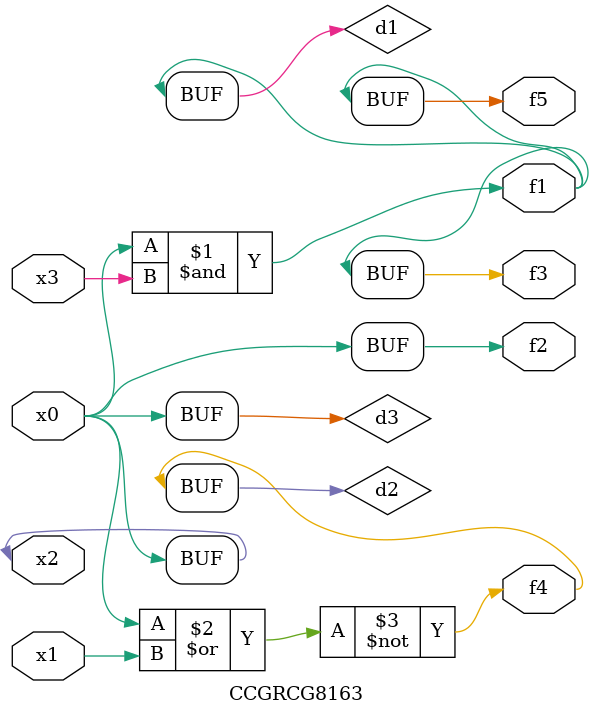
<source format=v>
module CCGRCG8163(
	input x0, x1, x2, x3,
	output f1, f2, f3, f4, f5
);

	wire d1, d2, d3;

	and (d1, x2, x3);
	nor (d2, x0, x1);
	buf (d3, x0, x2);
	assign f1 = d1;
	assign f2 = d3;
	assign f3 = d1;
	assign f4 = d2;
	assign f5 = d1;
endmodule

</source>
